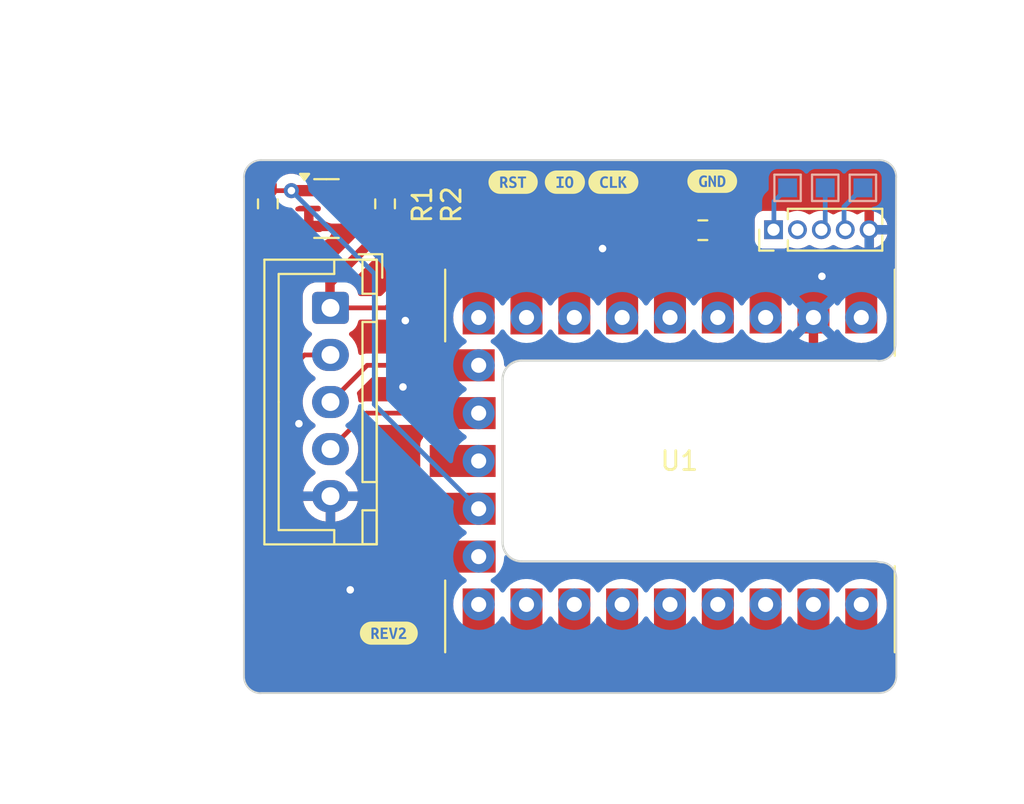
<source format=kicad_pcb>
(kicad_pcb (version 20240108) (generator "pcbnew") (generator_version "8.0")
  (layers (0 "F.Cu" signal) (31 "B.Cu" signal) (34 "B.Paste" user) (35 "F.Paste" user) (36 "B.SilkS" user "B.Silkscreen") (37 "F.SilkS" user "F.Silkscreen") (38 "B.Mask" user) (39 "F.Mask" user) (44 "Edge.Cuts" user))
  (net 0 "")
  (net 1 "+3.3V")
  (net 6 "GND")
  (net 13 "OUT_UART_RX")
  (net 17 "INOUT_NRESET")
  (net 18 "OUT_SWDIO")
  (net 19 "OUT_SWDCLK")
  (net 20 "SWIO_DIR_3V")
  (net 22 "SWDCLK")
  (net 23 "UART_TX")
  (net 24 "NRST")
  (net 25 "SWDIO")
  (net 27 "Net-(Q1-D)")
  (net 28 "DRIVE_RESET")
  (footprint "kibuzzard-67D71D2A" (layer "F.Cu") (at 129.755025 69.369975)
    (property "Reference" "kibuzzard-67D71D2A" (hide yes))
    (property "Value" "G***" (hide yes))
    (fp_poly (pts (xy -0.427948 -0.110501) (xy -0.435218 -0.151696) (xy -0.457027 -0.180291) (xy -0.490711 -0.197011) (xy -0.533603 -0.202585) (xy -0.550081 -0.2021) (xy -0.569467 -0.199677) (xy -0.569467 -0.019386) (xy -0.543296 -0.019386) (xy -0.490711 -0.025323) (xy -0.455089 -0.043134) (xy -0.427948 -0.110501)) (fill solid) (layer "F.SilkS"))
    (fp_poly (pts (xy -0.688691 -0.620032) (xy -0.688772 -0.620032) (xy -0.749546 -0.617047) (xy -0.809735 -0.608119) (xy -0.868758 -0.593334) (xy -0.926048 -0.572835) (xy -0.981053 -0.54682) (xy -1.033244 -0.515538) (xy -1.082117 -0.479291) (xy -1.127201 -0.438429) (xy -1.168064 -0.393344) (xy -1.20431 -0.344471) (xy -1.235592 -0.292281) (xy -1.261607 -0.237276) (xy -1.282106 -0.179986) (xy -1.296891 -0.120962) (xy -1.305819 -0.060774) (xy -1.308805 0) (xy -1.305819 0.060774) (xy -1.296891 0.120962) (xy -1.282106 0.179986) (xy -1.261607 0.237276) (xy -1.235592 0.292281) (xy -1.20431 0.344471) (xy -1.168064 0.393344) (xy -1.127201 0.438429) (xy -1.082117 0.479291) (xy -1.033244 0.515538) (xy -0.981053 0.54682) (xy -0.926048 0.572835) (xy -0.868758 0.593334) (xy -0.809735 0.608119) (xy -0.749546 0.617047) (xy -0.688772 0.620032) (xy -0.688691 0.620032) (xy -0.267044 0.620032) (xy -0.267044 0.300485) (xy -0.392084 0.300485) (xy -0.416195 0.243417) (xy -0.443942 0.18853) (xy -0.474596 0.13437) (xy -0.507431 0.079483) (xy -0.569467 0.079483) (xy -0.569467 0.300485) (xy -0.688691 0.300485) (xy -0.688691 -0.290792) (xy -0.650404 -0.298061) (xy -0.608239 -0.302908) (xy -0.567528 -0.305331) (xy -0.533603 -0.3063) (xy -0.484653 -0.303393) (xy -0.440549 -0.294669) (xy -0.401777 -0.279887) (xy -0.368821 -0.258805) (xy -0.322779 -0.197254) (xy -0.310784 -0.156664) (xy -0.306785 -0.109532) (xy -0.312116 -0.059612) (xy -0.32811 -0.01454) (xy -0.356462 0.023021) (xy -0.398869 0.050404) (xy -0.363974 0.106139) (xy -0.32811 0.170113) (xy -0.294669 0.236995) (xy -0.267044 0.300485) (xy -0.267044 0.620032) (xy -0.031502 0.620032) (xy -0.031502 0.313086) (xy -0.098627 0.309087) (xy -0.150727 0.297092) (xy -0.217609 0.267528) (xy -0.182714 0.170598) (xy -0.120194 0.199677) (xy -0.079847 0.209855) (xy -0.031502 0.213247) (xy 0.018417 0.206947) (xy 0.049919 0.189499) (xy 0.065913 0.164297) (xy 0.070275 0.135703) (xy 0.059612 0.102746) (xy 0.032472 0.07706) (xy -0.004362 0.056704) (xy -0.045073 0.039742) (xy -0.101292 0.017447) (xy -0.15412 -0.01454) (xy -0.193376 -0.06252) (xy -0.208885 -0.133764) (xy -0.195194 -0.208885) (xy -0.15412 -0.26559) (xy -0.113032 -0.291976) (xy -0.062789 -0.307808) (xy -0.003393 -0.313086) (xy 0.048344 -0.309935) (xy 0.093053 -0.300485) (xy 0.162359 -0.272375) (xy 0.127464 -0.180291) (xy 0.073667 -0.203554) (xy 0.005331 -0.213247) (xy -0.047442 -0.2056) (xy -0.079106 -0.18266) (xy -0.089661 -0.144426) (xy -0.079968 -0.113893) (xy -0.05525 -0.09063) (xy -0.021325 -0.072698) (xy 0.015994 -0.058158) (xy 0.074637 -0.03441) (xy 0.130856 0.000485) (xy 0.173021 0.054766) (xy 0.18538 0.091478) (xy 0.189499 0.136672) (xy 0.175808 0.21143) (xy 0.134733 0.267044) (xy 0.091922 0.292623) (xy 0.036511 0.30797) (xy -0.031502 0.313086) (xy -0.031502 0.620032) (xy 0.530695 0.620032) (xy 0.530695 0.300485) (xy 0.410501 0.300485) (xy 0.410501 -0.200646) (xy 0.252504 -0.200646) (xy 0.252504 -0.299515) (xy 0.688691 -0.299515) (xy 0.688691 -0.200646) (xy 0.530695 -0.200646) (xy 0.530695 0.300485) (xy 0.530695 0.620032) (xy 0.688691 0.620032) (xy 0.688772 0.620032) (xy 0.749546 0.617047) (xy 0.809735 0.608119) (xy 0.868758 0.593334) (xy 0.926048 0.572835) (xy 0.981053 0.54682) (xy 1.033244 0.515538) (xy 1.082117 0.479291) (xy 1.127201 0.438429) (xy 1.168064 0.393344) (xy 1.20431 0.344471) (xy 1.235592 0.292281) (xy 1.261607 0.237276) (xy 1.282106 0.179986) (xy 1.296891 0.120962) (xy 1.305819 0.060774) (xy 1.308805 0) (xy 1.305819 -0.060774) (xy 1.296891 -0.120962) (xy 1.282106 -0.179986) (xy 1.261607 -0.237276) (xy 1.235592 -0.292281) (xy 1.20431 -0.344471) (xy 1.168064 -0.393344) (xy 1.127201 -0.438429) (xy 1.082117 -0.479291) (xy 1.033244 -0.515538) (xy 0.981053 -0.54682) (xy 0.926048 -0.572835) (xy 0.868758 -0.593334) (xy 0.809735 -0.608119) (xy 0.749546 -0.617047) (xy 0.688772 -0.620032) (xy 0.688691 -0.620032) (xy -0.688691 -0.620032)) (fill solid) (layer "F.SilkS"))
  )
  (footprint "Package_TO_SOT_SMD:SOT-23" (layer "F.Cu") (at 119.842525 70.769975)
    (property "Reference" "Q1" (hide yes))
    (property "Value" "DMG2302U" (hide yes))
    (fp_line (start 0 -1.56) (end -0.65 -1.56) (stroke (width 0.12)) (layer "F.SilkS"))
    (fp_line (start 0 -1.56) (end 0.65 -1.56) (stroke (width 0.12)) (layer "F.SilkS"))
    (fp_line (start 0 1.56) (end -0.65 1.56) (stroke (width 0.12)) (layer "F.SilkS"))
    (fp_line (start 0 1.56) (end 0.65 1.56) (stroke (width 0.12)) (layer "F.SilkS"))
    (fp_poly (pts (xy -1.1625 -1.51) (xy -1.4025 -1.84) (xy -0.9225 -1.84) (xy -1.1625 -1.51)) (stroke (width 0.12)) (fill solid) (layer "F.SilkS"))
    (pad "1" smd roundrect (at -0.9375 -0.95) (size 1.475 0.6) (layers "F.Cu" "F.Paste" "F.Mask") (net 28 "DRIVE_RESET"))
    (pad "2" smd roundrect (at -0.9375 0.95) (size 1.475 0.6) (layers "F.Cu" "F.Paste" "F.Mask") (net 6 "GND"))
    (pad "3" smd roundrect (at 0.9375 0) (size 1.475 0.6) (layers "F.Cu" "F.Paste" "F.Mask") (net 27 "Net-(Q1-D)"))
  )
  (footprint "Connector_PinHeader_1.27mm:PinHeader_1x05_P1.27mm_Vertical" (layer "F.Cu") (at 143.585025 71.894975 90)
    (property "Reference" "J3" (hide yes))
    (property "Value" "Debug port" (hide yes))
    (fp_line (start -1.11 -0.76) (end 0 -0.76) (stroke (width 0.12)) (layer "F.SilkS"))
    (fp_line (start -1.11 0) (end -1.11 -0.76) (stroke (width 0.12)) (layer "F.SilkS"))
    (fp_line (start 1.11 0.76) (end 1.11 5.775) (stroke (width 0.12)) (layer "F.SilkS"))
    (fp_line (start 0.563471 0.76) (end 1.11 0.76) (stroke (width 0.12)) (layer "F.SilkS"))
    (fp_line (start -1.11 0.76) (end -0.563471 0.76) (stroke (width 0.12)) (layer "F.SilkS"))
    (fp_line (start -1.11 0.76) (end -1.11 5.775) (stroke (width 0.12)) (layer "F.SilkS"))
    (fp_line (start 0.30753 5.775) (end 1.11 5.775) (stroke (width 0.12)) (layer "F.SilkS"))
    (fp_line (start -1.11 5.775) (end -0.30753 5.775) (stroke (width 0.12)) (layer "F.SilkS"))
    (pad "1" thru_hole rect (at 0 0 90) (size 1 1) (drill 0.65) (layers "*.Cu" "*.Mask") (net 24 "NRST"))
    (pad "2" thru_hole oval (at 0 1.27 90) (size 1 1) (drill 0.65) (layers "*.Cu" "*.Mask") (net 23 "UART_TX"))
    (pad "3" thru_hole oval (at 0 2.54 90) (size 1 1) (drill 0.65) (layers "*.Cu" "*.Mask") (net 25 "SWDIO"))
    (pad "4" thru_hole oval (at 0 3.81 90) (size 1 1) (drill 0.65) (layers "*.Cu" "*.Mask") (net 22 "SWDCLK"))
    (pad "5" thru_hole oval (at 0 5.08 90) (size 1 1) (drill 0.65) (layers "*.Cu" "*.Mask") (net 6 "GND"))
  )
  (footprint "kibuzzard-67D71D3A" (layer "F.Cu") (at 135.080025 69.369975)
    (property "Reference" "kibuzzard-67D71D3A" (hide yes))
    (property "Value" "G***" (hide yes))
    (fp_poly (pts (xy -0.708562 -0.620032) (xy -0.708643 -0.620032) (xy -0.769417 -0.617047) (xy -0.829605 -0.608119) (xy -0.888629 -0.593334) (xy -0.945919 -0.572835) (xy -1.000924 -0.54682) (xy -1.053114 -0.515538) (xy -1.101987 -0.479291) (xy -1.147072 -0.438429) (xy -1.187934 -0.393344) (xy -1.224181 -0.344471) (xy -1.255463 -0.292281) (xy -1.281478 -0.237276) (xy -1.301977 -0.179986) (xy -1.316762 -0.120962) (xy -1.32569 -0.060774) (xy -1.328675 0) (xy -1.32569 0.060774) (xy -1.316762 0.120962) (xy -1.301977 0.179986) (xy -1.281478 0.237276) (xy -1.255463 0.292281) (xy -1.224181 0.344471) (xy -1.187934 0.393344) (xy -1.147072 0.438429) (xy -1.101987 0.479291) (xy -1.053114 0.515538) (xy -1.000924 0.54682) (xy -0.945919 0.572835) (xy -0.888629 0.593334) (xy -0.829605 0.608119) (xy -0.769417 0.617047) (xy -0.708643 0.620032) (xy -0.708562 0.620032) (xy -0.447819 0.620032) (xy -0.447819 0.313086) (xy -0.525794 0.304039) (xy -0.590415 0.276898) (xy -0.64168 0.231664) (xy -0.670941 0.186652) (xy -0.691842 0.133037) (xy -0.704382 0.07082) (xy -0.708562 0) (xy -0.703473 -0.070517) (xy -0.688207 -0.132795) (xy -0.663853 -0.18647) (xy -0.631502 -0.231179) (xy -0.591761 -0.266559) (xy -0.545234 -0.292246) (xy -0.493013 -0.307876) (xy -0.436187 -0.313086) (xy -0.378514 -0.307754) (xy -0.333441 -0.295638) (xy -0.300969 -0.281099) (xy -0.281099 -0.269467) (xy -0.312116 -0.174475) (xy -0.365913 -0.199192) (xy -0.438126 -0.20937) (xy -0.492892 -0.199192) (xy -0.540388 -0.165267) (xy -0.574313 -0.101777) (xy -0.584128 -0.057189) (xy -0.587399 -0.002908) (xy -0.583468 0.060258) (xy -0.571675 0.112763) (xy -0.552019 0.154604) (xy -0.505372 0.195679) (xy -0.436187 0.20937) (xy -0.359128 0.198708) (xy -0.310178 0.177383) (xy -0.280129 0.271405) (xy -0.348465 0.3) (xy -0.394871 0.309814) (xy -0.447819 0.313086) (xy -0.447819 0.620032) (xy 0.1958 0.620032) (xy 0.1958 0.300485) (xy -0.18126 0.300485) (xy -0.18126 -0.299515) (xy -0.061066 -0.299515) (xy -0.061066 0.201616) (xy 0.1958 0.201616) (xy 0.1958 0.300485) (xy 0.1958 0.620032) (xy 0.573829 0.620032) (xy 0.573829 0.300485) (xy 0.543296 0.227302) (xy 0.522334 0.18853) (xy 0.499192 0.150727) (xy 0.474354 0.11462) (xy 0.448304 0.080937) (xy 0.397415 0.026171) (xy 0.397415 0.300485) (xy 0.278191 0.300485) (xy 0.278191 -0.299515) (xy 0.397415 -0.299515) (xy 0.397415 -0.050404) (xy 0.442003 -0.110501) (xy 0.486107 -0.176414) (xy 0.524394 -0.241357) (xy 0.553473 -0.299515) (xy 0.688207 -0.299515) (xy 0.655735 -0.239903) (xy 0.635501 -0.205735) (xy 0.612601 -0.170113) (xy 0.58752 -0.133401) (xy 0.560743 -0.095961) (xy 0.532512 -0.058885) (xy 0.503069 -0.023263) (xy 0.53336 0.007997) (xy 0.564136 0.043619) (xy 0.594305 0.082754) (xy 0.622779 0.124556) (xy 0.649071 0.168174) (xy 0.672698 0.212763) (xy 0.692811 0.257229) (xy 0.708562 0.300485) (xy 0.573829 0.300485) (xy 0.573829 0.620032) (xy 0.708562 0.620032) (xy 0.708643 0.620032) (xy 0.769417 0.617047) (xy 0.829605 0.608119) (xy 0.888629 0.593334) (xy 0.945919 0.572835) (xy 1.000924 0.54682) (xy 1.053114 0.515538) (xy 1.101987 0.479291) (xy 1.147072 0.438429) (xy 1.187934 0.393344) (xy 1.224181 0.344471) (xy 1.255463 0.292281) (xy 1.281478 0.237276) (xy 1.301977 0.179986) (xy 1.316762 0.120962) (xy 1.32569 0.060774) (xy 1.328675 0) (xy 1.32569 -0.060774) (xy 1.316762 -0.120962) (xy 1.301977 -0.179986) (xy 1.281478 -0.237276) (xy 1.255463 -0.292281) (xy 1.224181 -0.344471) (xy 1.187934 -0.393344) (xy 1.147072 -0.438429) (xy 1.101987 -0.479291) (xy 1.053114 -0.515538) (xy 1.000924 -0.54682) (xy 0.945919 -0.572835) (xy 0.888629 -0.593334) (xy 0.829605 -0.608119) (xy 0.769417 -0.617047) (xy 0.708643 -0.620032) (xy 0.708562 -0.620032) (xy -0.708562 -0.620032)) (fill solid) (layer "F.SilkS"))
  )
  (footprint "Resistor_SMD:R_0603_1608Metric" (layer "F.Cu") (at 122.955025 70.519975 90)
    (property "Reference" "R2" (at -0.05 3.525 90) (layer "F.SilkS"))
    (property "Value" "330")
    (fp_line (start -0.237258 -0.5225) (end 0.237258 -0.5225) (stroke (width 0.12)) (layer "F.SilkS"))
    (fp_line (start -0.237258 0.5225) (end 0.237258 0.5225) (stroke (width 0.12)) (layer "F.SilkS"))
    (pad "1" smd roundrect (at -0.825 0 90) (size 0.8 0.95) (layers "F.Cu" "F.Paste" "F.Mask") (net 17 "INOUT_NRESET"))
    (pad "2" smd roundrect (at 0.825 0 90) (size 0.8 0.95) (layers "F.Cu" "F.Paste" "F.Mask") (net 27 "Net-(Q1-D)"))
  )
  (footprint "kibuzzard-67D71D53" (layer "F.Cu") (at 140.330025 69.319975)
    (property "Reference" "kibuzzard-67D71D53" (hide yes))
    (property "Value" "G***" (hide yes))
    (fp_poly (pts (xy 0.413893 0.203554) (xy 0.424556 0.204523) (xy 0.435218 0.204523) (xy 0.503554 0.189015) (xy 0.548142 0.146365) (xy 0.572375 0.081906) (xy 0.577827 0.042771) (xy 0.579645 0) (xy 0.573829 -0.075606) (xy 0.553473 -0.140549) (xy 0.513732 -0.185622) (xy 0.448788 -0.202585) (xy 0.431341 -0.2021) (xy 0.413893 -0.199677) (xy 0.413893 0.203554)) (fill solid) (layer "F.SilkS"))
    (fp_poly (pts (xy -0.700808 -0.620032) (xy -0.700889 -0.620032) (xy -0.761662 -0.617047) (xy -0.821851 -0.608119) (xy -0.880874 -0.593334) (xy -0.938165 -0.572835) (xy -0.99317 -0.54682) (xy -1.04536 -0.515538) (xy -1.094233 -0.479291) (xy -1.139318 -0.438429) (xy -1.18018 -0.393344) (xy -1.216427 -0.344471) (xy -1.247708 -0.292281) (xy -1.273724 -0.237276) (xy -1.294222 -0.179986) (xy -1.309007 -0.120962) (xy -1.317935 -0.060774) (xy -1.320921 0) (xy -1.317935 0.060774) (xy -1.309007 0.120962) (xy -1.294222 0.179986) (xy -1.273724 0.237276) (xy -1.247708 0.292281) (xy -1.216427 0.344471) (xy -1.18018 0.393344) (xy -1.139318 0.438429) (xy -1.094233 0.479291) (xy -1.04536 0.515538) (xy -0.99317 0.54682) (xy -0.938165 0.572835) (xy -0.880874 0.593334) (xy -0.821851 0.608119) (xy -0.761662 0.617047) (xy -0.700889 0.620032) (xy -0.700808 0.620032) (xy -0.455574 0.620032) (xy -0.455574 0.313086) (xy -0.509006 0.308118) (xy -0.556866 0.293215) (xy -0.598667 0.268498) (xy -0.633926 0.234087) (xy -0.662278 0.189984) (xy -0.68336 0.136187) (xy -0.696446 0.072819) (xy -0.700808 0) (xy -0.695719 -0.072092) (xy -0.680452 -0.135218) (xy -0.656462 -0.189136) (xy -0.625202 -0.233603) (xy -0.587157 -0.268376) (xy -0.542811 -0.293215) (xy -0.493619 -0.308118) (xy -0.441034 -0.313086) (xy -0.378514 -0.307754) (xy -0.330533 -0.295638) (xy -0.297092 -0.281099) (xy -0.277221 -0.269467) (xy -0.308239 -0.174475) (xy -0.360582 -0.198708) (xy -0.424556 -0.20937) (xy -0.496284 -0.193861) (xy -0.544265 -0.150727) (xy -0.571405 -0.084814) (xy -0.577585 -0.044467) (xy -0.579645 0) (xy -0.575875 0.065428) (xy -0.564567 0.118255) (xy -0.545719 0.158481) (xy -0.503796 0.196648) (xy -0.44588 0.20937) (xy -0.422617 0.208401) (xy -0.399354 0.205493) (xy -0.399354 -0.01357) (xy -0.280129 -0.01357) (xy -0.280129 0.285945) (xy -0.346527 0.303393) (xy -0.396325 0.310662) (xy -0.455574 0.313086) (xy -0.455574 0.620032) (xy 0.101777 0.620032) (xy 0.101777 0.300485) (xy 0.073829 0.23398) (xy 0.044265 0.167582) (xy 0.013086 0.101292) (xy -0.019709 0.035003) (xy -0.05412 -0.031395) (xy -0.090145 -0.0979) (xy -0.090145 0.300485) (xy -0.197738 0.300485) (xy -0.197738 -0.299515) (xy -0.101777 -0.299515) (xy -0.074637 -0.255048) (xy -0.047496 -0.206947) (xy -0.020719 -0.157149) (xy 0.005331 -0.107593) (xy 0.030048 -0.058885) (xy 0.052827 -0.011632) (xy 0.073061 0.031987) (xy 0.090145 0.06979) (xy 0.090145 -0.299515) (xy 0.197738 -0.299515) (xy 0.197738 0.300485) (xy 0.101777 0.300485) (xy 0.101777 0.620032) (xy 0.422617 0.620032) (xy 0.422617 0.308239) (xy 0.360097 0.304847) (xy 0.294669 0.2937) (xy 0.294669 -0.291761) (xy 0.371244 -0.303393) (xy 0.438126 -0.3063) (xy 0.494709 -0.301939) (xy 0.546204 -0.288853) (xy 0.591397 -0.266438) (xy 0.629079 -0.234087) (xy 0.659249 -0.19168) (xy 0.681906 -0.139095) (xy 0.696082 -0.075485) (xy 0.700808 0) (xy 0.695598 0.077181) (xy 0.679968 0.142003) (xy 0.655129 0.195194) (xy 0.622294 0.23748) (xy 0.581947 0.269346) (xy 0.534572 0.291276) (xy 0.481139 0.303998) (xy 0.422617 0.308239) (xy 0.422617 0.620032) (xy 0.700808 0.620032) (xy 0.700889 0.620032) (xy 0.761662 0.617047) (xy 0.821851 0.608119) (xy 0.880874 0.593334) (xy 0.938165 0.572835) (xy 0.99317 0.54682) (xy 1.04536 0.515538) (xy 1.094233 0.479291) (xy 1.139318 0.438429) (xy 1.18018 0.393344) (xy 1.216427 0.344471) (xy 1.247708 0.292281) (xy 1.273724 0.237276) (xy 1.294222 0.179986) (xy 1.309007 0.120962) (xy 1.317935 0.060774) (xy 1.320921 0) (xy 1.317935 -0.060774) (xy 1.309007 -0.120962) (xy 1.294222 -0.179986) (xy 1.273724 -0.237276) (xy 1.247708 -0.292281) (xy 1.216427 -0.344471) (xy 1.18018 -0.393344) (xy 1.139318 -0.438429) (xy 1.094233 -0.479291) (xy 1.04536 -0.515538) (xy 0.99317 -0.54682) (xy 0.938165 -0.572835) (xy 0.880874 -0.593334) (xy 0.821851 -0.608119) (xy 0.761662 -0.617047) (xy 0.700889 -0.620032) (xy 0.700808 -0.620032) (xy -0.700808 -0.620032)) (fill solid) (layer "F.SilkS"))
  )
  (footprint "Resistor_SMD:R_0603_1608Metric" (layer "F.Cu") (at 116.730025 70.519975 -90)
    (property "Reference" "R1" (at 0.05 -8.2 90) (layer "F.SilkS"))
    (property "Value" "1k")
    (fp_line (start -0.237258 0.5225) (end 0.237258 0.5225) (stroke (width 0.12)) (layer "F.SilkS"))
    (fp_line (start -0.237258 -0.5225) (end 0.237258 -0.5225) (stroke (width 0.12)) (layer "F.SilkS"))
    (pad "1" smd roundrect (at -0.825 0 270) (size 0.8 0.95) (layers "F.Cu" "F.Paste" "F.Mask") (net 28 "DRIVE_RESET"))
    (pad "2" smd roundrect (at 0.825 0 270) (size 0.8 0.95) (layers "F.Cu" "F.Paste" "F.Mask") (net 6 "GND"))
  )
  (footprint "kibuzzard-6845954C" (layer "F.Cu") (at 123.155025 93.319975)
    (property "Reference" "kibuzzard-6845954C" (hide yes))
    (property "Value" "G***" (hide yes))
    (fp_poly (pts (xy -0.663974 -0.1042) (xy -0.671244 -0.145396) (xy -0.693053 -0.17399) (xy -0.726737 -0.190711) (xy -0.769628 -0.196284) (xy -0.786107 -0.1958) (xy -0.805493 -0.193376) (xy -0.805493 -0.013086) (xy -0.779321 -0.013086) (xy -0.726737 -0.019023) (xy -0.691115 -0.036834) (xy -0.663974 -0.1042)) (fill solid) (layer "F.SilkS"))
    (fp_poly (pts (xy -0.924717 -0.613732) (xy -0.924798 -0.613732) (xy -0.984954 -0.610777) (xy -1.044531 -0.601939) (xy -1.102955 -0.587305) (xy -1.159663 -0.567014) (xy -1.214109 -0.541263) (xy -1.265769 -0.510299) (xy -1.314145 -0.474421) (xy -1.358772 -0.433974) (xy -1.399219 -0.389347) (xy -1.435097 -0.340971) (xy -1.466061 -0.289311) (xy -1.491812 -0.234865) (xy -1.512103 -0.178157) (xy -1.526737 -0.119733) (xy -1.535575 -0.060156) (xy -1.53853 0) (xy -1.535575 0.060156) (xy -1.526737 0.119733) (xy -1.512103 0.178157) (xy -1.491812 0.234865) (xy -1.466061 0.289311) (xy -1.435097 0.340971) (xy -1.399219 0.389347) (xy -1.358772 0.433974) (xy -1.314145 0.474421) (xy -1.265769 0.510299) (xy -1.214109 0.541263) (xy -1.159663 0.567014) (xy -1.102955 0.587305) (xy -1.044531 0.601939) (xy -0.984954 0.610777) (xy -0.924798 0.613732) (xy -0.924717 0.613732) (xy -0.503069 0.613732) (xy -0.503069 0.306785) (xy -0.62811 0.306785) (xy -0.652221 0.249717) (xy -0.679968 0.19483) (xy -0.710622 0.14067) (xy -0.743457 0.085784) (xy -0.805493 0.085784) (xy -0.805493 0.306785) (xy -0.924717 0.306785) (xy -0.924717 -0.284491) (xy -0.88643 -0.291761) (xy -0.844265 -0.296607) (xy -0.803554 -0.299031) (xy -0.769628 -0.3) (xy -0.720679 -0.297092) (xy -0.676575 -0.288368) (xy -0.637803 -0.273586) (xy -0.604847 -0.252504) (xy -0.558805 -0.190953) (xy -0.546809 -0.150363) (xy -0.542811 -0.103231) (xy -0.548142 -0.053312) (xy -0.564136 -0.008239) (xy -0.592488 0.029321) (xy -0.634895 0.056704) (xy -0.6 0.112439) (xy -0.564136 0.176414) (xy -0.530695 0.243296) (xy -0.503069 0.306785) (xy -0.503069 0.613732) (xy -0.431341 0.613732) (xy -0.431341 0.306785) (xy -0.431341 -0.293215) (xy -0.067851 -0.293215) (xy -0.067851 -0.194346) (xy -0.312116 -0.194346) (xy -0.312116 -0.059612) (xy -0.099838 -0.059612) (xy -0.099838 0.039257) (xy -0.312116 0.039257) (xy -0.312116 0.207916) (xy -0.046527 0.207916) (xy -0.046527 0.306785) (xy -0.431341 0.306785) (xy -0.431341 0.613732) (xy 0.172536 0.613732) (xy 0.172536 0.306785) (xy 0.148546 0.235541) (xy 0.123102 0.155574) (xy 0.105977 0.099408) (xy 0.089499 0.043349) (xy 0.073667 -0.012601) (xy 0.058697 -0.067474) (xy 0.044803 -0.120302) (xy 0.031987 -0.171082) (xy 0.015994 -0.238934) (xy 0.004847 -0.293215) (xy 0.130856 -0.293215) (xy 0.138126 -0.242932) (xy 0.148304 -0.185137) (xy 0.160541 -0.122617) (xy 0.17399 -0.058158) (xy 0.18853 0.006785) (xy 0.204039 0.070759) (xy 0.219911 0.130977) (xy 0.235541 0.184653) (xy 0.25105 0.131704) (xy 0.266559 0.071729) (xy 0.281583 0.007754) (xy 0.295638 -0.057189) (xy 0.308724 -0.121769) (xy 0.32084 -0.184653) (xy 0.331502 -0.242811) (xy 0.340226 -0.293215) (xy 0.465267 -0.293215) (xy 0.452302 -0.231664) (xy 0.436672 -0.163328) (xy 0.418498 -0.089782) (xy 0.3979 -0.012601) (xy 0.382876 0.040388) (xy 0.366882 0.094023) (xy 0.349919 0.148304) (xy 0.332256 0.202316) (xy 0.314163 0.255143) (xy 0.295638 0.306785) (xy 0.172536 0.306785) (xy 0.172536 0.613732) (xy 0.924717 0.613732) (xy 0.924717 0.306785) (xy 0.533118 0.306785) (xy 0.530695 0.282553) (xy 0.531179 0.262197) (xy 0.535662 0.21567) (xy 0.549111 0.173021) (xy 0.569467 0.133885) (xy 0.594669 0.0979) (xy 0.623263 0.064701) (xy 0.653796 0.033926) (xy 0.68433 0.004968) (xy 0.712924 -0.022779) (xy 0.758481 -0.075121) (xy 0.776414 -0.126494) (xy 0.75412 -0.183199) (xy 0.6979 -0.203069) (xy 0.638772 -0.189499) (xy 0.577706 -0.143942) (xy 0.518578 -0.227302) (xy 0.56038 -0.262682) (xy 0.608239 -0.287399) (xy 0.659006 -0.301939) (xy 0.709532 -0.306785) (xy 0.780291 -0.296123) (xy 0.840388 -0.264136) (xy 0.882068 -0.210339) (xy 0.897577 -0.135218) (xy 0.885945 -0.075606) (xy 0.854927 -0.019871) (xy 0.811309 0.032472) (xy 0.761874 0.080937) (xy 0.732795 0.108562) (xy 0.701777 0.141519) (xy 0.67706 0.175929) (xy 0.666882 0.207916) (xy 0.924717 0.207916) (xy 0.924717 0.306785) (xy 0.924717 0.613732) (xy 0.924798 0.613732) (xy 0.984954 0.610777) (xy 1.044531 0.601939) (xy 1.102955 0.587305) (xy 1.159663 0.567014) (xy 1.214109 0.541263) (xy 1.265769 0.510299) (xy 1.314145 0.474421) (xy 1.358772 0.433974) (xy 1.399219 0.389347) (xy 1.435097 0.340971) (xy 1.466061 0.289311) (xy 1.491812 0.234865) (xy 1.512103 0.178157) (xy 1.526737 0.119733) (xy 1.535575 0.060156) (xy 1.53853 0) (xy 1.535575 -0.060156) (xy 1.526737 -0.119733) (xy 1.512103 -0.178157) (xy 1.491812 -0.234865) (xy 1.466061 -0.289311) (xy 1.435097 -0.340971) (xy 1.399219 -0.389347) (xy 1.358772 -0.433974) (xy 1.314145 -0.474421) (xy 1.265769 -0.510299) (xy 1.214109 -0.541263) (xy 1.159663 -0.567014) (xy 1.102955 -0.587305) (xy 1.044531 -0.601939) (xy 0.984954 -0.610777) (xy 0.924798 -0.613732) (xy 0.924717 -0.613732) (xy -0.924717 -0.613732)) (fill solid) (layer "F.SilkS"))
  )
  (footprint "Connector_JST:JST_XH_B5B-XH-A_1x05_P2.50mm_Vertical" (layer "F.Cu") (at 120.055025 76.044975 -90)
    (property "Reference" "J5" (hide yes))
    (property "Value" "Debug port" (hide yes))
    (fp_line (start -2.56 3.51) (end 12.56 3.51) (stroke (width 0.12)) (layer "F.SilkS"))
    (fp_line (start 12.56 3.51) (end 12.56 -2.46) (stroke (width 0.12)) (layer "F.SilkS"))
    (fp_line (start -1.8 2.75) (end 5 2.75) (stroke (width 0.12)) (layer "F.SilkS"))
    (fp_line (start 11.8 2.75) (end 5 2.75) (stroke (width 0.12)) (layer "F.SilkS"))
    (fp_line (start -2.55 -0.2) (end -1.8 -0.2) (stroke (width 0.12)) (layer "F.SilkS"))
    (fp_line (start -1.8 -0.2) (end -1.8 2.75) (stroke (width 0.12)) (layer "F.SilkS"))
    (fp_line (start 11.8 -0.2) (end 11.8 2.75) (stroke (width 0.12)) (layer "F.SilkS"))
    (fp_line (start 12.55 -0.2) (end 11.8 -0.2) (stroke (width 0.12)) (layer "F.SilkS"))
    (fp_line (start -2.55 -1.7) (end -0.75 -1.7) (stroke (width 0.12)) (layer "F.SilkS"))
    (fp_line (start -0.75 -1.7) (end -0.75 -2.45) (stroke (width 0.12)) (layer "F.SilkS"))
    (fp_line (start 0.75 -1.7) (end 9.25 -1.7) (stroke (width 0.12)) (layer "F.SilkS"))
    (fp_line (start 9.25 -1.7) (end 9.25 -2.45) (stroke (width 0.12)) (layer "F.SilkS"))
    (fp_line (start 10.75 -1.7) (end 12.55 -1.7) (stroke (width 0.12)) (layer "F.SilkS"))
    (fp_line (start 12.55 -1.7) (end 12.55 -2.45) (stroke (width 0.12)) (layer "F.SilkS"))
    (fp_line (start -2.55 -2.45) (end -2.55 -1.7) (stroke (width 0.12)) (layer "F.SilkS"))
    (fp_line (start -0.75 -2.45) (end -2.55 -2.45) (stroke (width 0.12)) (layer "F.SilkS"))
    (fp_line (start 0.75 -2.45) (end 0.75 -1.7) (stroke (width 0.12)) (layer "F.SilkS"))
    (fp_line (start 9.25 -2.45) (end 0.75 -2.45) (stroke (width 0.12)) (layer "F.SilkS"))
    (fp_line (start 10.75 -2.45) (end 10.75 -1.7) (stroke (width 0.12)) (layer "F.SilkS"))
    (fp_line (start 12.55 -2.45) (end 10.75 -2.45) (stroke (width 0.12)) (layer "F.SilkS"))
    (fp_line (start -2.56 -2.46) (end -2.56 3.51) (stroke (width 0.12)) (layer "F.SilkS"))
    (fp_line (start 12.56 -2.46) (end -2.56 -2.46) (stroke (width 0.12)) (layer "F.SilkS"))
    (fp_line (start -2.85 -2.75) (end -2.85 -1.5) (stroke (width 0.12)) (layer "F.SilkS"))
    (fp_line (start -1.6 -2.75) (end -2.85 -2.75) (stroke (width 0.12)) (layer "F.SilkS"))
    (pad "1" thru_hole roundrect (at 0 0 270) (size 1.7 1.95) (drill 0.95) (layers "*.Cu" "*.Mask") (roundrect_rratio 0.147059) (net 17 "INOUT_NRESET"))
    (pad "2" thru_hole oval (at 2.5 0 270) (size 1.7 1.95) (drill 0.95) (layers "*.Cu" "*.Mask") (net 13 "OUT_UART_RX"))
    (pad "3" thru_hole oval (at 5 0 270) (size 1.7 1.95) (drill 0.95) (layers "*.Cu" "*.Mask") (net 18 "OUT_SWDIO"))
    (pad "4" thru_hole oval (at 7.5 0 270) (size 1.7 1.95) (drill 0.95) (layers "*.Cu" "*.Mask") (net 19 "OUT_SWDCLK"))
    (pad "5" thru_hole oval (at 10 0 270) (size 1.7 1.95) (drill 0.95) (layers "*.Cu" "*.Mask") (net 6 "GND"))
  )
  (footprint "Resistor_SMD:R_0603_1608Metric" (layer "F.Cu") (at 139.830025 71.919975 180)
    (property "Reference" "C10" (hide yes))
    (property "Value" "100n")
    (fp_line (start -0.237258 0.5225) (end 0.237258 0.5225) (stroke (width 0.12)) (layer "F.SilkS"))
    (fp_line (start -0.237258 -0.5225) (end 0.237258 -0.5225) (stroke (width 0.12)) (layer "F.SilkS"))
    (pad "1" smd roundrect (at -0.825 0 180) (size 0.8 0.95) (layers "F.Cu" "F.Paste" "F.Mask") (net 1 "+3.3V"))
    (pad "2" smd roundrect (at 0.825 0 180) (size 0.8 0.95) (layers "F.Cu" "F.Paste" "F.Mask") (net 6 "GND"))
  )
  (footprint "RP2040 Carrier:RP2040 Zero" (layer "F.Cu") (at 125.258025 74.014975 -90)
    (property "Reference" "U1" (at 10.16 -13.327 0) (layer "F.SilkS"))
    (property "Value" "RP2040-Zero")
    (fp_line (start 0 -0.889) (end 3.81 -0.889) (stroke (width 0.12)) (layer "F.SilkS"))
    (fp_line (start 16.51 -0.889) (end 20.32 -0.889) (stroke (width 0.12)) (layer "F.SilkS"))
    (fp_line (start 0 -24.765) (end 4.572 -24.765) (stroke (width 0.12)) (layer "F.SilkS"))
    (fp_line (start 15.748 -24.765) (end 20.32 -24.765) (stroke (width 0.12)) (layer "F.SilkS"))
    (fp_line (start 5.842 -3.937) (end 14.478 -3.937) (stroke (width 0.12)) (layer "Edge.Cuts"))
    (fp_line (start 15.494 -4.953) (end 15.494 -23.749) (stroke (width 0.12)) (layer "Edge.Cuts"))
    (fp_line (start 4.826 -23.749) (end 4.826 -4.953) (stroke (width 0.12)) (layer "Edge.Cuts"))
    (fp_arc (start 5.842 -3.937) (mid 5.12358 -4.23458) (end 4.826 -4.953) (stroke (width 0.12)) (layer "Edge.Cuts"))
    (fp_arc (start 15.494 -4.953) (mid 15.19642 -4.23458) (end 14.478 -3.937) (stroke (width 0.12)) (layer "Edge.Cuts"))
    (pad "1" smd rect (at 1.64 -22.987 270) (size 3.5 1.7) (layers "F.Cu" "F.Mask"))
    (pad "1" thru_hole circle (at 2.54 -22.987 270) (size 1.7 1.7) (drill 0.8) (layers "*.Cu" "*.Mask"))
    (pad "2" smd rect (at 1.64 -20.447 270) (size 3.5 1.7) (layers "F.Cu" "F.Mask") (net 6 "GND"))
    (pad "2" thru_hole circle (at 2.54 -20.447 270) (size 1.7 1.7) (drill 0.8) (layers "*.Cu" "*.Mask") (net 6 "GND"))
    (pad "3" smd rect (at 1.64 -17.907 270) (size 3.5 1.7) (layers "F.Cu" "F.Mask") (net 1 "+3.3V"))
    (pad "3" thru_hole circle (at 2.54 -17.907 270) (size 1.7 1.7) (drill 0.8) (layers "*.Cu" "*.Mask") (net 1 "+3.3V"))
    (pad "4" smd rect (at 1.64 -15.367 270) (size 3.5 1.7) (layers "F.Cu" "F.Mask"))
    (pad "4" thru_hole circle (at 2.54 -15.367 270) (size 1.7 1.7) (drill 0.8) (layers "*.Cu" "*.Mask"))
    (pad "5" smd rect (at 1.64 -12.827 270) (size 3.5 1.7) (layers "F.Cu" "F.Mask"))
    (pad "5" thru_hole circle (at 2.54 -12.827 270) (size 1.7 1.7) (drill 0.8) (layers "*.Cu" "*.Mask"))
    (pad "6" smd rect (at 1.69 -10.287 270) (size 3.5 1.7) (layers "F.Cu" "F.Mask"))
    (pad "6" thru_hole circle (at 2.54 -10.287 270) (size 1.7 1.7) (drill 0.8) (layers "*.Cu" "*.Mask"))
    (pad "7" smd rect (at 1.69 -7.747 270) (size 3.5 1.7) (layers "F.Cu" "F.Mask") (net 17 "INOUT_NRESET"))
    (pad "7" thru_hole circle (at 2.54 -7.747 270) (size 1.7 1.7) (drill 0.8) (layers "*.Cu" "*.Mask") (net 17 "INOUT_NRESET"))
    (pad "8" smd rect (at 1.69 -5.207 270) (size 3.5 1.7) (layers "F.Cu" "F.Mask"))
    (pad "8" thru_hole circle (at 2.54 -5.207 270) (size 1.7 1.7) (drill 0.8) (layers "*.Cu" "*.Mask"))
    (pad "9" smd rect (at 1.69 -2.667 270) (size 3.5 1.7) (layers "F.Cu" "F.Mask"))
    (pad "9" thru_hole circle (at 2.54 -2.667 270) (size 1.7 1.7) (drill 0.8) (layers "*.Cu" "*.Mask"))
    (pad "10" thru_hole circle (at 17.78 -22.987 270) (size 1.7 1.7) (drill 0.8) (layers "*.Cu" "*.Mask"))
    (pad "10" smd rect (at 18.68 -22.987 270) (size 3.5 1.7) (layers "F.Cu" "F.Mask"))
    (pad "11" thru_hole circle (at 17.78 -20.447 270) (size 1.7 1.7) (drill 0.8) (layers "*.Cu" "*.Mask"))
    (pad "11" smd rect (at 18.68 -20.447 270) (size 3.5 1.7) (layers "F.Cu" "F.Mask"))
    (pad "12" thru_hole circle (at 17.78 -17.907 270) (size 1.7 1.7) (drill 0.8) (layers "*.Cu" "*.Mask"))
    (pad "12" smd rect (at 18.68 -17.907 270) (size 3.5 1.7) (layers "F.Cu" "F.Mask"))
    (pad "13" thru_hole circle (at 17.78 -15.367 270) (size 1.7 1.7) (drill 0.8) (layers "*.Cu" "*.Mask"))
    (pad "13" smd rect (at 18.68 -15.367 270) (size 3.5 1.7) (layers "F.Cu" "F.Mask"))
    (pad "14" thru_hole circle (at 17.78 -12.827 270) (size 1.7 1.7) (drill 0.8) (layers "*.Cu" "*.Mask"))
    (pad "14" smd rect (at 18.68 -12.827 270) (size 3.5 1.7) (layers "F.Cu" "F.Mask"))
    (pad "15" thru_hole circle (at 17.78 -10.287 270) (size 1.7 1.7) (drill 0.8) (layers "*.Cu" "*.Mask"))
    (pad "15" smd rect (at 18.68 -10.287 270) (size 3.5 1.7) (layers "F.Cu" "F.Mask"))
    (pad "16" thru_hole circle (at 17.78 -7.747 270) (size 1.7 1.7) (drill 0.8) (layers "*.Cu" "*.Mask"))
    (pad "16" smd rect (at 18.68 -7.747 270) (size 3.5 1.7) (layers "F.Cu" "F.Mask"))
    (pad "17" thru_hole circle (at 17.78 -5.207 270) (size 1.7 1.7) (drill 0.8) (layers "*.Cu" "*.Mask"))
    (pad "17" smd rect (at 18.68 -5.207 270) (size 3.5 1.7) (layers "F.Cu" "F.Mask"))
    (pad "18" thru_hole circle (at 17.78 -2.667 270) (size 1.7 1.7) (drill 0.8) (layers "*.Cu" "*.Mask"))
    (pad "18" smd rect (at 18.68 -2.667 270) (size 3.5 1.7) (layers "F.Cu" "F.Mask"))
    (pad "19" thru_hole circle (at 5.08 -2.667 270) (size 1.7 1.7) (drill 0.8) (layers "*.Cu" "*.Mask") (net 18 "OUT_SWDIO"))
    (pad "19" smd rect (at 5.08 -1.767) (size 3.5 1.7) (layers "F.Cu" "F.Mask") (net 18 "OUT_SWDIO"))
    (pad "20" thru_hole circle (at 7.62 -2.667 270) (size 1.7 1.7) (drill 0.8) (layers "*.Cu" "*.Mask") (net 19 "OUT_SWDCLK"))
    (pad "20" smd rect (at 7.62 -1.817) (size 3.5 1.7) (layers "F.Cu" "F.Mask") (net 19 "OUT_SWDCLK"))
    (pad "21" thru_hole circle (at 10.16 -2.667 270) (size 1.7 1.7) (drill 0.8) (layers "*.Cu" "*.Mask") (net 20 "SWIO_DIR_3V"))
    (pad "21" smd rect (at 10.16 -1.817) (size 3.5 1.7) (layers "F.Cu" "F.Mask") (net 20 "SWIO_DIR_3V"))
    (pad "22" thru_hole circle (at 12.7 -2.667 270) (size 1.7 1.7) (drill 0.8) (layers "*.Cu" "*.Mask") (net 28 "DRIVE_RESET"))
    (pad "22" smd rect (at 12.7 -1.817) (size 3.5 1.7) (layers "F.Cu" "F.Mask") (net 28 "DRIVE_RESET"))
    (pad "23" thru_hole circle (at 15.24 -2.667 270) (size 1.7 1.7) (drill 0.8) (layers "*.Cu" "*.Mask") (net 13 "OUT_UART_RX"))
    (pad "23" smd rect (at 15.24 -1.817) (size 3.5 1.7) (layers "F.Cu" "F.Mask") (net 13 "OUT_UART_RX"))
  )
  (footprint "kibuzzard-67D71CE3" (layer "F.Cu") (at 132.505025 69.369975)
    (property "Reference" "kibuzzard-67D71CE3" (hide yes))
    (property "Value" "G***" (hide yes))
    (fp_poly (pts (xy 0.134249 0) (xy 0.135097 0.042286) (xy 0.137641 0.081906) (xy 0.151212 0.148304) (xy 0.179806 0.192892) (xy 0.229241 0.20937) (xy 0.278191 0.192892) (xy 0.30727 0.147819) (xy 0.32084 0.081422) (xy 0.323384 0.042165) (xy 0.324233 0) (xy 0.323384 -0.042286) (xy 0.32084 -0.081906) (xy 0.30727 -0.148304) (xy 0.278675 -0.192892) (xy 0.229241 -0.20937) (xy 0.179806 -0.192892) (xy 0.151212 -0.147819) (xy 0.137641 -0.081422) (xy 0.135097 -0.042165) (xy 0.134249 0)) (fill solid) (layer "F.SilkS"))
    (fp_poly (pts (xy -0.445396 -0.620032) (xy -0.445477 -0.620032) (xy -0.50625 -0.617047) (xy -0.566439 -0.608119) (xy -0.625462 -0.593334) (xy -0.682753 -0.572835) (xy -0.737758 -0.54682) (xy -0.789948 -0.515538) (xy -0.838821 -0.479291) (xy -0.883906 -0.438429) (xy -0.924768 -0.393344) (xy -0.961015 -0.344471) (xy -0.992296 -0.292281) (xy -1.018312 -0.237276) (xy -1.03881 -0.179986) (xy -1.053595 -0.120962) (xy -1.062523 -0.060774) (xy -1.065509 0) (xy -1.062523 0.060774) (xy -1.053595 0.120962) (xy -1.03881 0.179986) (xy -1.018312 0.237276) (xy -0.992296 0.292281) (xy -0.961015 0.344471) (xy -0.924768 0.393344) (xy -0.883906 0.438429) (xy -0.838821 0.479291) (xy -0.789948 0.515538) (xy -0.737758 0.54682) (xy -0.682753 0.572835) (xy -0.625462 0.593334) (xy -0.566439 0.608119) (xy -0.50625 0.617047) (xy -0.445477 0.620032) (xy -0.445396 0.620032) (xy -0.445396 0.300485) (xy -0.445396 0.201616) (xy -0.31454 0.201616) (xy -0.31454 -0.200646) (xy -0.445396 -0.200646) (xy -0.445396 -0.299515) (xy -0.064459 -0.299515) (xy -0.064459 -0.200646) (xy -0.194346 -0.200646) (xy -0.194346 0.201616) (xy -0.064459 0.201616) (xy -0.064459 0.300485) (xy -0.445396 0.300485) (xy -0.445396 0.620032) (xy 0.23021 0.620032) (xy 0.23021 0.313086) (xy 0.16532 0.304308) (xy 0.111524 0.277975) (xy 0.068821 0.234087) (xy 0.044437 0.189832) (xy 0.027019 0.136066) (xy 0.016569 0.072789) (xy 0.013086 0) (xy 0.01666 -0.072789) (xy 0.027383 -0.136066) (xy 0.045254 -0.189832) (xy 0.070275 -0.234087) (xy 0.113355 -0.277975) (xy 0.166344 -0.304308) (xy 0.229241 -0.313086) (xy 0.294076 -0.304308) (xy 0.347711 -0.277975) (xy 0.390145 -0.234087) (xy 0.414317 -0.189832) (xy 0.431583 -0.136066) (xy 0.441943 -0.072789) (xy 0.445396 0) (xy 0.441882 0.072789) (xy 0.431341 0.136066) (xy 0.413772 0.189832) (xy 0.389176 0.234087) (xy 0.346527 0.277975) (xy 0.293538 0.304308) (xy 0.23021 0.313086) (xy 0.23021 0.620032) (xy 0.445396 0.620032) (xy 0.445477 0.620032) (xy 0.50625 0.617047) (xy 0.566439 0.608119) (xy 0.625462 0.593334) (xy 0.682753 0.572835) (xy 0.737758 0.54682) (xy 0.789948 0.515538) (xy 0.838821 0.479291) (xy 0.883906 0.438429) (xy 0.924768 0.393344) (xy 0.961015 0.344471) (xy 0.992296 0.292281) (xy 1.018312 0.237276) (xy 1.03881 0.179986) (xy 1.053595 0.120962) (xy 1.062523 0.060774) (xy 1.065509 0) (xy 1.062523 -0.060774) (xy 1.053595 -0.120962) (xy 1.03881 -0.179986) (xy 1.018312 -0.237276) (xy 0.992296 -0.292281) (xy 0.961015 -0.344471) (xy 0.924768 -0.393344) (xy 0.883906 -0.438429) (xy 0.838821 -0.479291) (xy 0.789948 -0.515538) (xy 0.737758 -0.54682) (xy 0.682753 -0.572835) (xy 0.625462 -0.593334) (xy 0.566439 -0.608119) (xy 0.50625 -0.617047) (xy 0.445477 -0.620032) (xy 0.445396 -0.620032) (xy -0.445396 -0.620032)) (fill solid) (layer "F.SilkS"))
  )
  (footprint "TestPoint:TestPoint_Pad_1.0x1.0mm" (layer "B.Cu") (at 146.330025 69.669975 -90)
    (property "Reference" "REF**" (hide yes))
    (property "Value" "TestPoint_Pad_1.0x1.0mm" (hide yes))
    (fp_line (start -0.7 0.7) (end -0.7 -0.7) (stroke (width 0.12)) (layer "B.SilkS"))
    (fp_line (start 0.7 0.7) (end -0.7 0.7) (stroke (width 0.12)) (layer "B.SilkS"))
    (fp_line (start -0.7 -0.7) (end 0.7 -0.7) (stroke (width 0.12)) (layer "B.SilkS"))
    (fp_line (start 0.7 -0.7) (end 0.7 0.7) (stroke (width 0.12)) (layer "B.SilkS"))
    (pad "1" smd rect (at 0 0 270) (size 1 1) (layers "B.Cu" "B.Mask") (net 25 "SWDIO"))
  )
  (footprint "TestPoint:TestPoint_Pad_1.0x1.0mm" (layer "B.Cu") (at 144.330025 69.669975 -90)
    (property "Reference" "REF**" (hide yes))
    (property "Value" "TestPoint_Pad_1.0x1.0mm" (hide yes))
    (fp_line (start -0.7 0.7) (end -0.7 -0.7) (stroke (width 0.12)) (layer "B.SilkS"))
    (fp_line (start 0.7 0.7) (end -0.7 0.7) (stroke (width 0.12)) (layer "B.SilkS"))
    (fp_line (start -0.7 -0.7) (end 0.7 -0.7) (stroke (width 0.12)) (layer "B.SilkS"))
    (fp_line (start 0.7 -0.7) (end 0.7 0.7) (stroke (width 0.12)) (layer "B.SilkS"))
    (pad "1" smd rect (at 0 0 270) (size 1 1) (layers "B.Cu" "B.Mask") (net 24 "NRST"))
  )
  (footprint "TestPoint:TestPoint_Pad_1.0x1.0mm" (layer "B.Cu") (at 148.330025 69.669975 -90)
    (property "Reference" "REF**" (hide yes))
    (property "Value" "TestPoint_Pad_1.0x1.0mm" (hide yes))
    (fp_line (start -0.7 0.7) (end -0.7 -0.7) (stroke (width 0.12)) (layer "B.SilkS"))
    (fp_line (start 0.7 0.7) (end -0.7 0.7) (stroke (width 0.12)) (layer "B.SilkS"))
    (fp_line (start -0.7 -0.7) (end 0.7 -0.7) (stroke (width 0.12)) (layer "B.SilkS"))
    (fp_line (start 0.7 -0.7) (end 0.7 0.7) (stroke (width 0.12)) (layer "B.SilkS"))
    (pad "1" smd rect (at 0 0 270) (size 1 1) (layers "B.Cu" "B.Mask") (net 22 "SWDCLK"))
  )
  (gr_arc (start 115.46 69.131347) (mid 115.720318 68.47795) (end 116.366411 68.2) (stroke (width 0.1)) (layer "Edge.Cuts"))
  (gr_line (start 149.007025 89.508975) (end 149.268629 89.558579) (stroke (width 0.1)) (layer "Edge.Cuts"))
  (gr_line (start 149.205025 96.5) (end 116.36 96.5) (stroke (width 0.1)) (layer "Edge.Cuts"))
  (gr_line (start 115.466411 69.131348) (end 115.46 95.608573) (stroke (width 0.1)) (layer "Edge.Cuts"))
  (gr_line (start 149.007025 78.840975) (end 149.168629 78.858579) (stroke (width 0.1)) (layer "Edge.Cuts"))
  (gr_arc (start 149.268629 89.558579) (mid 149.86005 89.803554) (end 150.105025 90.394975) (stroke (width 0.1)) (layer "Edge.Cuts"))
  (gr_arc (start 149.193639 68.2) (mid 149.834524 68.465476) (end 150.099997 69.106362) (stroke (width 0.1)) (layer "Edge.Cuts"))
  (gr_line (start 150.068629 77.958579) (end 150.093639 69.106362) (stroke (width 0.1)) (layer "Edge.Cuts"))
  (gr_arc (start 150.068629 77.958579) (mid 149.805025 78.594975) (end 149.168629 78.858579) (stroke (width 0.1)) (layer "Edge.Cuts"))
  (gr_arc (start 116.36 96.508573) (mid 115.723598 96.244975) (end 115.46 95.608573) (stroke (width 0.1)) (layer "Edge.Cuts"))
  (gr_line (start 149.193639 68.2) (end 116.366411 68.2) (stroke (width 0.1)) (layer "Edge.Cuts"))
  (gr_arc (start 150.105025 95.594975) (mid 149.841421 96.231371) (end 149.205025 96.494975) (stroke (width 0.1)) (layer "Edge.Cuts"))
  (gr_line (start 150.105025 90.394975) (end 150.105025 95.594975) (stroke (width 0.1)) (layer "Edge.Cuts"))
  (segment (start 143.165025 74.429975) (end 140.655025 71.919975) (width 0.5) (layer "F.Cu") (net 1))
  (via (at 118.380025 82.194975) (size 0.8) (drill 0.4) (layers "F.Cu" "B.Cu") (net 6))
  (via (at 146.155025 74.369975) (size 0.8) (drill 0.4) (layers "F.Cu" "B.Cu") (net 6))
  (via (at 123.905025 80.244975) (size 0.8) (drill 0.4) (layers "F.Cu" "B.Cu") (net 6))
  (via (at 121.105025 91.019975) (size 0.8) (drill 0.4) (layers "F.Cu" "B.Cu") (net 6))
  (via (at 134.505025 72.894975) (size 0.8) (drill 0.4) (layers "F.Cu" "B.Cu") (net 6))
  (via (at 124.030025 76.719975) (size 0.8) (drill 0.4) (layers "F.Cu" "B.Cu") (net 6))
  (segment (start 118.915025 89.254975) (end 117.655025 87.994975) (width 0.25) (layer "F.Cu") (net 13))
  (segment (start 117.655025 79.569975) (end 118.680025 78.544975) (width 0.25) (layer "F.Cu") (net 13))
  (segment (start 127.075025 89.254975) (end 118.915025 89.254975) (width 0.25) (layer "F.Cu") (net 13))
  (segment (start 118.680025 78.544975) (end 120.055025 78.544975) (width 0.25) (layer "F.Cu") (net 13))
  (segment (start 117.655025 87.994975) (end 117.655025 79.569975) (width 0.25) (layer "F.Cu") (net 13))
  (segment (start 132.505025 72.894975) (end 126.155025 72.894975) (width 0.25) (layer "F.Cu") (net 17))
  (segment (start 133.005025 73.394975) (end 132.505025 72.894975) (width 0.25) (layer "F.Cu") (net 17))
  (segment (start 133.005025 75.704975) (end 133.005025 73.394975) (width 0.25) (layer "F.Cu") (net 17))
  (segment (start 126.155025 72.894975) (end 123.005025 76.044975) (width 0.25) (layer "F.Cu") (net 17))
  (segment (start 120.030025 74.719975) (end 120.030025 76.019975) (width 0.5) (layer "F.Cu") (net 17))
  (segment (start 123.005025 76.044975) (end 120.055025 76.044975) (width 0.25) (layer "F.Cu") (net 17))
  (segment (start 122.980025 71.769975) (end 120.030025 74.719975) (width 0.5) (layer "F.Cu") (net 17))
  (segment (start 120.055025 81.044975) (end 122.005025 79.094975) (width 0.25) (layer "F.Cu") (net 18))
  (segment (start 122.005025 79.094975) (end 127.925025 79.094975) (width 0.25) (layer "F.Cu") (net 18))
  (segment (start 121.965025 81.634975) (end 120.055025 83.544975) (width 0.25) (layer "F.Cu") (net 19))
  (segment (start 127.075025 81.634975) (end 121.965025 81.634975) (width 0.25) (layer "F.Cu") (net 19))
  (segment (start 147.330025 70.669975) (end 148.330025 69.669975) (width 0.25) (layer "B.Cu") (net 22))
  (segment (start 147.330025 71.869975) (end 147.330025 70.669975) (width 0.25) (layer "B.Cu") (net 22))
  (segment (start 143.605025 71.874975) (end 143.605025 70.394975) (width 0.25) (layer "B.Cu") (net 24))
  (segment (start 143.605025 70.394975) (end 144.330025 69.669975) (width 0.25) (layer "B.Cu") (net 24))
  (segment (start 146.330025 71.689975) (end 146.330025 69.669975) (width 0.25) (layer "B.Cu") (net 25))
  (segment (start 121.880025 70.769975) (end 122.955025 69.694975) (width 0.5) (layer "F.Cu") (net 27))
  (segment (start 120.780025 70.769975) (end 121.880025 70.769975) (width 0.5) (layer "F.Cu") (net 27))
  (segment (start 118.905025 69.819975) (end 116.855025 69.819975) (width 0.25) (layer "F.Cu") (net 28))
  (segment (start 116.855025 69.819975) (end 116.730025 69.694975) (width 0.25) (layer "F.Cu") (net 28))
  (via (at 117.980025 69.819975) (size 0.8) (drill 0.4) (layers "F.Cu" "B.Cu") (net 28))
  (segment (start 122.380025 74.219975) (end 117.980025 69.819975) (width 0.25) (layer "B.Cu") (net 28))
  (segment (start 122.380025 81.169975) (end 122.380025 74.219975) (width 0.25) (layer "B.Cu") (net 28))
  (segment (start 127.925025 86.714975) (end 122.380025 81.169975) (width 0.25) (layer "B.Cu") (net 28))
  (zone (net 6) (net_name "GND") (layer "F.Cu") (connect_pads (clearance 0.5)) (min_thickness 0.25) (fill yes (thermal_gap 0.5) (thermal_bridge_width 0.5))
    (polygon (pts (xy 107.105025 63.694975) (xy 151.405025 63.994975) (xy 151.305025 99.294975) (xy 104.805025 98.394975)))
  )
  (zone (net 6) (net_name "GND") (layer "B.Cu") (priority 1) (connect_pads (clearance 0.5)) (min_thickness 0.25) (fill yes (thermal_gap 0.5) (thermal_bridge_width 0.5))
    (polygon (pts (xy 102.505025 59.694975) (xy 156.905025 64.194975) (xy 156.505025 99.594975) (xy 107.205025 102.394975)))
  )
)
</source>
